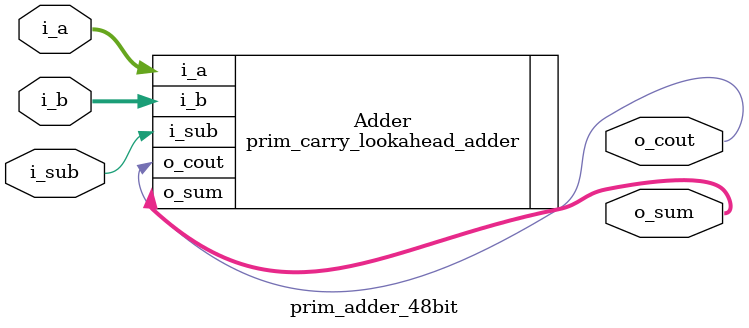
<source format=sv>
module prim_adder_48bit(
    input  logic [47:0] i_a,
    input  logic [47:0] i_b,
    input  logic        i_sub,
    output logic [47:0] o_sum,
    output logic        o_cout
);

prim_carry_lookahead_adder #(.WIDTH(48)) Adder(
    .i_a   (i_a)   ,
    .i_b   (i_b)   ,
    .i_sub (i_sub) ,
    .o_sum (o_sum) ,
    .o_cout(o_cout)
);



endmodule : prim_adder_48bit

</source>
